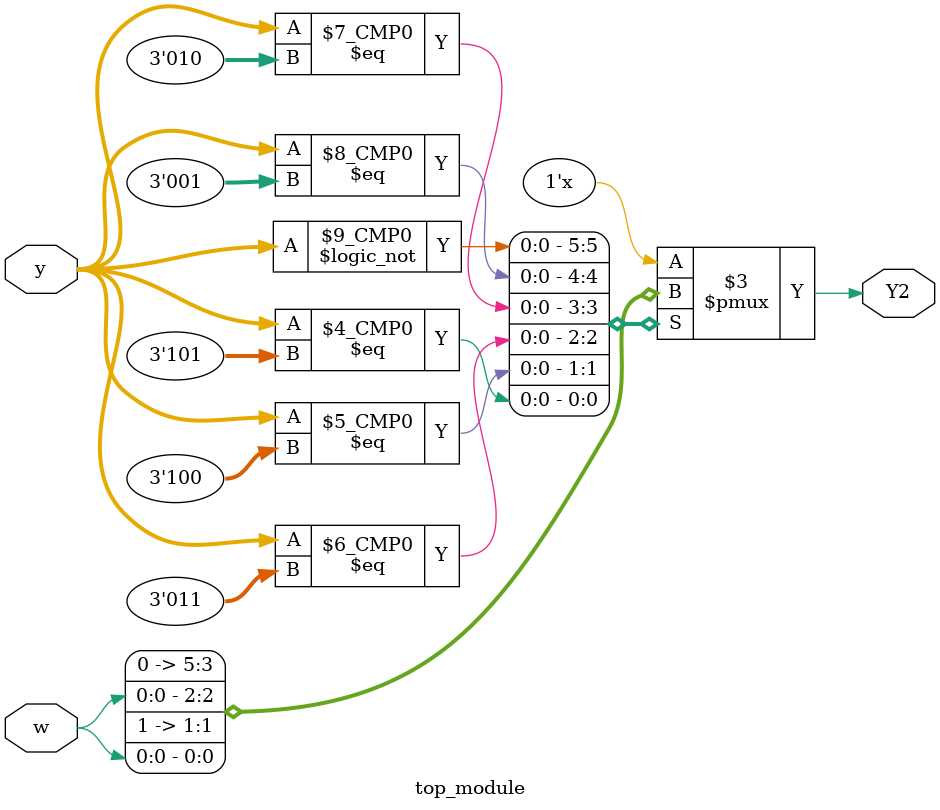
<source format=sv>
module top_module(
    input [3:1] y,
    input w,
    output reg Y2
);

    always @(*) begin
        case (y)
            3'b000: Y2 = 1'b0;
            3'b001: Y2 = 1'b0;
            3'b010: Y2 = 1'b0;
            3'b011: Y2 = w;
            3'b100: Y2 = 1'b1;
            3'b101: Y2 = w;
            default: Y2 = 1'bx;
        endcase
    end

endmodule

</source>
